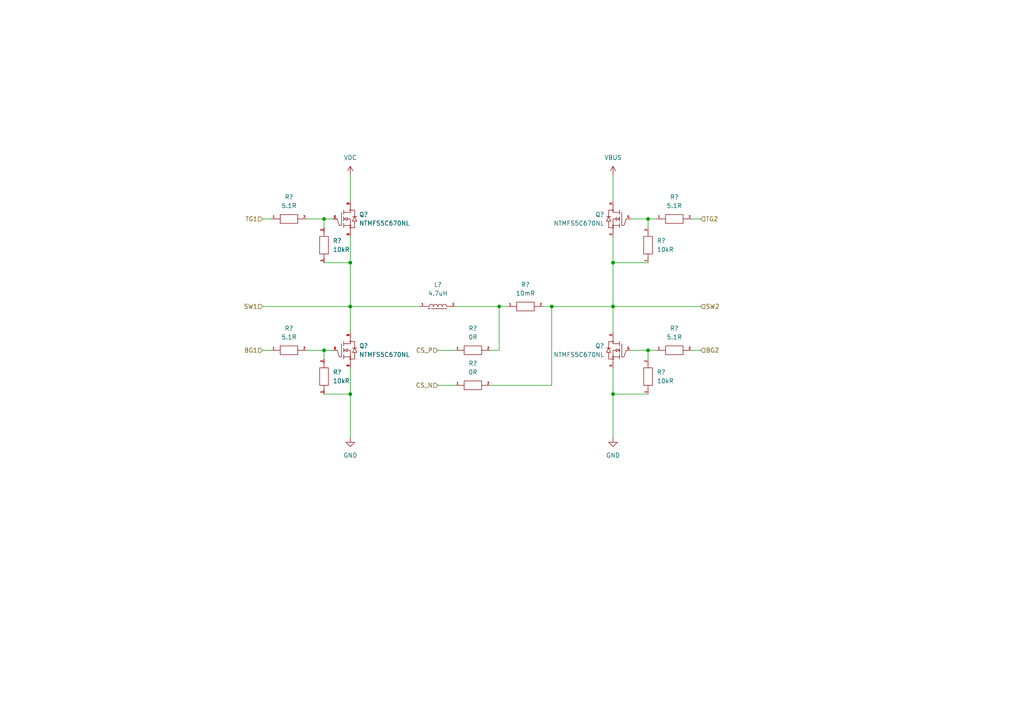
<source format=kicad_sch>
(kicad_sch (version 20211123) (generator eeschema)
  (paper "A4")
  (title_block (title "Digital_BuckBoost") (date "2022-07-01") (rev "1.0.1"))
  (lib_symbols
    (symbol "Basic_passive_components:Power_Inductor" (pin_names (offset 1.016))
      (property "Reference" "L" (at -4.445 -2.54 0))
      (property "Value" "Power_Inductor" (at 0 2.54 0))
      (symbol "Power_Inductor_0_1"
        (circle (center -2.54 -0.635) (radius 0.127) (fill (type outline)))
        (arc (start -1.27 0) (mid -1.905 0.635) (end -2.54 0))
        (arc (start 0 0) (mid -0.635 0.635) (end -1.27 0))
        (polyline (pts (xy -2.54 0) (xy -3.81 0)))
        (polyline (pts (xy -1.905 -0.635) (xy 2.54 -0.635)))
        (polyline (pts (xy 2.54 0) (xy 3.81 0)))
        (arc (start 1.27 0) (mid 0.635 0.635) (end 0 0))
        (arc (start 2.54 0) (mid 1.905 0.635) (end 1.27 0))
      )
      (symbol "Power_Inductor_1_1"
        (pin passive line (at -5.08 0 0) (length 1.27) (name "~") (number "1"))
        (pin passive line (at 5.08 0 180) (length 1.27) (name "~") (number "2"))
      )
    )
    (symbol "Basic_passive_components:Resistor" (pin_names (offset 1.016))
      (property "Reference" "R" (at -4.445 -2.54 0))
      (property "Value" "Resistor" (at 0 2.54 0))
      (symbol "Resistor_0_1"
        (rectangle (start -2.54 1.27) (end 2.54 -1.27))
        (polyline (pts (xy -3.81 0) (xy -2.54 0)))
        (polyline (pts (xy 2.54 0) (xy 3.81 0)))
      )
      (symbol "Resistor_1_1"
        (pin passive line (at -5.08 0 0) (length 1.27) (name "~") (number "1"))
        (pin passive line (at 5.08 0 180) (length 1.27) (name "~") (number "2"))
      )
    )
    (symbol "Power_transistor:NTMFS5C670NL" (pin_names (offset 1.016) hide)
      (property "Reference" "Q" (at 3.175 -1.27 0))
      (property "Value" "NTMFS5C670NL" (at 9.906 1.27 0))
      (symbol "NTMFS5C670NL_0_1"
        (circle (center 0 -2.54) (radius 0.127) (fill (type outline)))
        (circle (center 0 -1.905) (radius 0.127) (fill (type outline)))
        (polyline (pts (xy -1.905 -1.905) (xy 0 -1.905)))
        (polyline (pts (xy -1.905 -1.27) (xy -1.905 -2.54)))
        (polyline (pts (xy -1.905 0.635) (xy -1.905 -0.635)))
        (polyline (pts (xy -1.905 1.905) (xy 0 1.905)))
        (polyline (pts (xy -1.905 2.54) (xy -1.905 1.27)))
        (polyline (pts (xy 0 -1.905) (xy 0 -3.81)))
        (polyline (pts (xy 0 3.81) (xy 0 1.905)))
        (polyline (pts (xy 0.635 0.635) (xy 1.905 0.635)))
        (polyline (pts (xy -0.889 0) (xy 0 0) (xy 0 -1.905)))
        (polyline (pts (xy 0 -2.54) (xy 1.27 -2.54) (xy 1.27 -0.635)))
        (polyline (pts (xy 0 2.54) (xy 1.27 2.54) (xy 1.27 0.635)))
        (polyline (pts (xy -2.54 1.905) (xy -2.54 -1.905) (xy -3.175 -1.905) (xy -3.81 0)))
        (polyline (pts (xy -1.905 0) (xy -0.889 0.381) (xy -0.889 -0.381) (xy -1.905 0)))
        (polyline (pts (xy 1.27 0.635) (xy 0.635 -0.635) (xy 1.905 -0.635) (xy 1.27 0.635)))
        (circle (center 0 2.54) (radius 0.127) (fill (type outline)))
      )
      (symbol "NTMFS5C670NL_1_1"
        (pin passive line (at 0 5.08 270) (length 1.27) (name "Drain") (number "D"))
        (pin passive line (at -5.08 0 0) (length 1.27) (name "Gate") (number "G"))
        (pin passive line (at 0 -5.08 90) (length 1.27) (name "Source") (number "S"))
      )
    )
    (symbol "power:GND" (power) (pin_names (offset 0))
      (property "Value" "GND" (at 0 -3.81 0))
      (symbol "GND_0_1"
        (polyline (pts (xy 0 0) (xy 0 -1.27) (xy 1.27 -1.27) (xy 0 -2.54) (xy -1.27 -1.27) (xy 0 -1.27)))
      )
      (symbol "GND_1_1"
        (pin power_in line (at 0 0 270) (length 0) hide (name "GND") (number "1"))
      )
    )
    (symbol "power:VBUS" (power) (pin_names (offset 0))
      (property "Value" "VBUS" (at 0 3.81 0))
      (symbol "VBUS_0_1"
        (polyline (pts (xy -0.762 1.27) (xy 0 2.54)))
        (polyline (pts (xy 0 0) (xy 0 2.54)))
        (polyline (pts (xy 0 2.54) (xy 0.762 1.27)))
      )
      (symbol "VBUS_1_1"
        (pin power_in line (at 0 0 90) (length 0) hide (name "VBUS") (number "1"))
      )
    )
    (symbol "power:VDC" (power) (pin_names (offset 0))
      (property "Value" "VDC" (at 0 6.35 0))
      (symbol "VDC_0_1"
        (polyline (pts (xy -0.762 1.27) (xy 0 2.54)))
        (polyline (pts (xy 0 0) (xy 0 2.54)))
        (polyline (pts (xy 0 2.54) (xy 0.762 1.27)))
      )
      (symbol "VDC_1_1"
        (pin power_in line (at 0 0 90) (length 0) hide (name "VDC") (number "1"))
      )
    )
  )
  (junction (at 101.6 114.3))
  (junction (at 187.96 101.6))
  (junction (at 93.98 63.5))
  (junction (at 93.98 101.6))
  (junction (at 160.02 88.9))
  (junction (at 177.8 114.3))
  (junction (at 177.8 76.2))
  (junction (at 187.96 63.5))
  (junction (at 177.8 88.9))
  (junction (at 101.6 76.2))
  (junction (at 144.78 88.9))
  (junction (at 101.6 88.9))
  (wire (pts (xy 127 111.76) (xy 132.08 111.76)))
  (wire (pts (xy 177.8 50.8) (xy 177.8 58.42)))
  (wire (pts (xy 93.98 101.6) (xy 96.52 101.6)))
  (wire (pts (xy 101.6 106.68) (xy 101.6 114.3)))
  (wire (pts (xy 177.8 88.9) (xy 203.2 88.9)))
  (wire (pts (xy 132.08 88.9) (xy 144.78 88.9)))
  (wire (pts (xy 160.02 88.9) (xy 177.8 88.9)))
  (wire (pts (xy 177.8 68.58) (xy 177.8 76.2)))
  (wire (pts (xy 144.78 88.9) (xy 147.32 88.9)))
  (wire (pts (xy 160.02 88.9) (xy 160.02 111.76)))
  (wire (pts (xy 177.8 114.3) (xy 187.96 114.3)))
  (wire (pts (xy 127 101.6) (xy 132.08 101.6)))
  (wire (pts (xy 200.66 63.5) (xy 203.2 63.5)))
  (wire (pts (xy 157.48 88.9) (xy 160.02 88.9)))
  (wire (pts (xy 101.6 114.3) (xy 101.6 127)))
  (wire (pts (xy 101.6 76.2) (xy 101.6 88.9)))
  (wire (pts (xy 177.8 106.68) (xy 177.8 114.3)))
  (wire (pts (xy 76.2 101.6) (xy 78.74 101.6)))
  (wire (pts (xy 93.98 63.5) (xy 96.52 63.5)))
  (wire (pts (xy 182.88 63.5) (xy 187.96 63.5)))
  (wire (pts (xy 182.88 101.6) (xy 187.96 101.6)))
  (wire (pts (xy 187.96 101.6) (xy 190.5 101.6)))
  (wire (pts (xy 187.96 63.5) (xy 190.5 63.5)))
  (wire (pts (xy 93.98 76.2) (xy 101.6 76.2)))
  (wire (pts (xy 93.98 63.5) (xy 93.98 66.04)))
  (wire (pts (xy 93.98 101.6) (xy 93.98 104.14)))
  (wire (pts (xy 142.24 101.6) (xy 144.78 101.6)))
  (wire (pts (xy 177.8 88.9) (xy 177.8 96.52)))
  (wire (pts (xy 177.8 114.3) (xy 177.8 127)))
  (wire (pts (xy 101.6 88.9) (xy 121.92 88.9)))
  (wire (pts (xy 93.98 114.3) (xy 101.6 114.3)))
  (wire (pts (xy 76.2 63.5) (xy 78.74 63.5)))
  (wire (pts (xy 200.66 101.6) (xy 203.2 101.6)))
  (wire (pts (xy 88.9 63.5) (xy 93.98 63.5)))
  (wire (pts (xy 142.24 111.76) (xy 160.02 111.76)))
  (wire (pts (xy 177.8 76.2) (xy 187.96 76.2)))
  (wire (pts (xy 88.9 101.6) (xy 93.98 101.6)))
  (wire (pts (xy 101.6 68.58) (xy 101.6 76.2)))
  (wire (pts (xy 101.6 50.8) (xy 101.6 58.42)))
  (wire (pts (xy 144.78 101.6) (xy 144.78 88.9)))
  (wire (pts (xy 76.2 88.9) (xy 101.6 88.9)))
  (wire (pts (xy 187.96 101.6) (xy 187.96 104.14)))
  (wire (pts (xy 101.6 88.9) (xy 101.6 96.52)))
  (wire (pts (xy 177.8 76.2) (xy 177.8 88.9)))
  (wire (pts (xy 187.96 63.5) (xy 187.96 66.04)))
  (hierarchical_label "CS_P" (shape input) (at 127 101.6 180))
  (hierarchical_label "SW1" (shape input) (at 76.2 88.9 180))
  (hierarchical_label "CS_N" (shape input) (at 127 111.76 180))
  (hierarchical_label "TG2" (shape input) (at 203.2 63.5 0))
  (hierarchical_label "TG1" (shape input) (at 76.2 63.5 180))
  (hierarchical_label "BG1" (shape input) (at 76.2 101.6 180))
  (hierarchical_label "BG2" (shape input) (at 203.2 101.6 0))
  (hierarchical_label "SW2" (shape input) (at 203.2 88.9 0))
  (symbol (lib_id "Power_transistor:NTMFS5C670NL") (at 177.8 101.6 0) (mirror y) (unit 1)
    (property "Reference" "Q?" (at 175.26 100.3299 0) (effects (justify left)))
    (property "Value" "NTMFS5C670NL" (at 175.26 102.8699 0) (effects (justify left)))
    (property "Footprint" "POWER_TRANSISTOR_SMD:SON-8_5x6_M" (effects hide))
  )
  (symbol (lib_id "Basic_passive_components:Resistor") (at 93.98 109.22 90) (unit 1)
    (property "Reference" "R?" (at 96.52 107.9499 90) (effects (justify right)))
    (property "Value" "10kR" (at 96.52 110.4899 90) (effects (justify right)))
    (property "Footprint" "GENERAL_RCL_SMD:R0603(1608M)" (effects hide))
  )
  (symbol (lib_id "Basic_passive_components:Resistor") (at 137.16 111.76 0) (unit 1)
    (property "Reference" "R?" (at 137.16 105.41 0))
    (property "Value" "0R" (at 137.16 107.95 0))
    (property "Footprint" "GENERAL_RCL_SMD:R0402(1005M)" (effects hide))
  )
  (symbol (lib_id "Basic_passive_components:Resistor") (at 93.98 71.12 90) (unit 1)
    (property "Reference" "R?" (at 96.52 69.8499 90) (effects (justify right)))
    (property "Value" "10kR" (at 96.52 72.3899 90) (effects (justify right)))
    (property "Footprint" "GENERAL_RCL_SMD:R0603(1608M)" (effects hide))
  )
  (symbol (lib_id "Power_transistor:NTMFS5C670NL") (at 101.6 63.5 0) (unit 1)
    (property "Reference" "Q?" (at 104.14 62.2299 0) (effects (justify left)))
    (property "Value" "NTMFS5C670NL" (at 104.14 64.7699 0) (effects (justify left)))
    (property "Footprint" "POWER_TRANSISTOR_SMD:SON-8_5x6_M" (effects hide))
  )
  (symbol (lib_id "Power_transistor:NTMFS5C670NL") (at 177.8 63.5 0) (mirror y) (unit 1)
    (property "Reference" "Q?" (at 175.26 62.2299 0) (effects (justify left)))
    (property "Value" "NTMFS5C670NL" (at 175.26 64.7699 0) (effects (justify left)))
    (property "Footprint" "POWER_TRANSISTOR_SMD:SON-8_5x6_M" (effects hide))
  )
  (symbol (lib_id "Basic_passive_components:Resistor") (at 195.58 101.6 0) (unit 1)
    (property "Reference" "R?" (at 195.58 95.25 0))
    (property "Value" "5.1R" (at 195.58 97.79 0))
    (property "Footprint" "GENERAL_RCL_SMD:R0603(1608M)" (effects hide))
  )
  (symbol (lib_id "Power_transistor:NTMFS5C670NL") (at 101.6 101.6 0) (unit 1)
    (property "Reference" "Q?" (at 104.14 100.3299 0) (effects (justify left)))
    (property "Value" "NTMFS5C670NL" (at 104.14 102.8699 0) (effects (justify left)))
    (property "Footprint" "POWER_TRANSISTOR_SMD:SON-8_5x6_M" (effects hide))
  )
  (symbol (lib_id "Basic_passive_components:Resistor") (at 187.96 109.22 90) (unit 1)
    (property "Reference" "R?" (at 190.5 107.9499 90) (effects (justify right)))
    (property "Value" "10kR" (at 190.5 110.4899 90) (effects (justify right)))
    (property "Footprint" "GENERAL_RCL_SMD:R0603(1608M)" (effects hide))
  )
  (symbol (lib_id "Basic_passive_components:Power_Inductor") (at 127 88.9 0) (unit 1)
    (property "Reference" "L?" (at 127 82.55 0))
    (property "Value" "4.7uH" (at 127 85.09 0))
    (property "Footprint" "POWER_INDUCTOR_SMD:MC-1770" (effects hide))
  )
  (symbol (lib_id "power:GND") (at 177.8 127 0) (unit 1)
    (property "Reference" "#PWR?" (effects hide))
    (property "Value" "GND" (at 177.8 132.08 0))
  )
  (symbol (lib_id "Basic_passive_components:Resistor") (at 83.82 63.5 0) (unit 1)
    (property "Reference" "R?" (at 83.82 57.15 0))
    (property "Value" "5.1R" (at 83.82 59.69 0))
    (property "Footprint" "GENERAL_RCL_SMD:R0603(1608M)" (effects hide))
  )
  (symbol (lib_id "Basic_passive_components:Resistor") (at 137.16 101.6 0) (unit 1)
    (property "Reference" "R?" (at 137.16 95.25 0))
    (property "Value" "0R" (at 137.16 97.79 0))
    (property "Footprint" "GENERAL_RCL_SMD:R0402(1005M)" (effects hide))
  )
  (symbol (lib_id "power:VDC") (at 101.6 50.8 0) (unit 1)
    (property "Reference" "#PWR?" (effects hide))
    (property "Value" "VDC" (at 101.6 45.72 0))
  )
  (symbol (lib_id "Basic_passive_components:Resistor") (at 152.4 88.9 0) (unit 1)
    (property "Reference" "R?" (at 152.4 82.55 0))
    (property "Value" "10mR" (at 152.4 85.09 0))
    (property "Footprint" "GENERAL_RCL_SMD:R2512(6332M)" (effects hide))
  )
  (symbol (lib_id "power:VBUS") (at 177.8 50.8 0) (unit 1)
    (property "Reference" "#PWR?" (effects hide))
    (property "Value" "VBUS" (at 177.8 45.72 0))
  )
  (symbol (lib_id "Basic_passive_components:Resistor") (at 195.58 63.5 0) (unit 1)
    (property "Reference" "R?" (at 195.58 57.15 0))
    (property "Value" "5.1R" (at 195.58 59.69 0))
    (property "Footprint" "GENERAL_RCL_SMD:R0603(1608M)" (effects hide))
  )
  (symbol (lib_id "Basic_passive_components:Resistor") (at 187.96 71.12 90) (unit 1)
    (property "Reference" "R?" (at 190.5 69.8499 90) (effects (justify right)))
    (property "Value" "10kR" (at 190.5 72.3899 90) (effects (justify right)))
    (property "Footprint" "GENERAL_RCL_SMD:R0603(1608M)" (effects hide))
  )
  (symbol (lib_id "Basic_passive_components:Resistor") (at 83.82 101.6 0) (unit 1)
    (property "Reference" "R?" (at 83.82 95.25 0))
    (property "Value" "5.1R" (at 83.82 97.79 0))
    (property "Footprint" "GENERAL_RCL_SMD:R0603(1608M)" (effects hide))
  )
  (symbol (lib_id "power:GND") (at 101.6 127 0) (unit 1)
    (property "Reference" "#PWR?" (effects hide))
    (property "Value" "GND" (at 101.6 132.08 0))
  )
)
</source>
